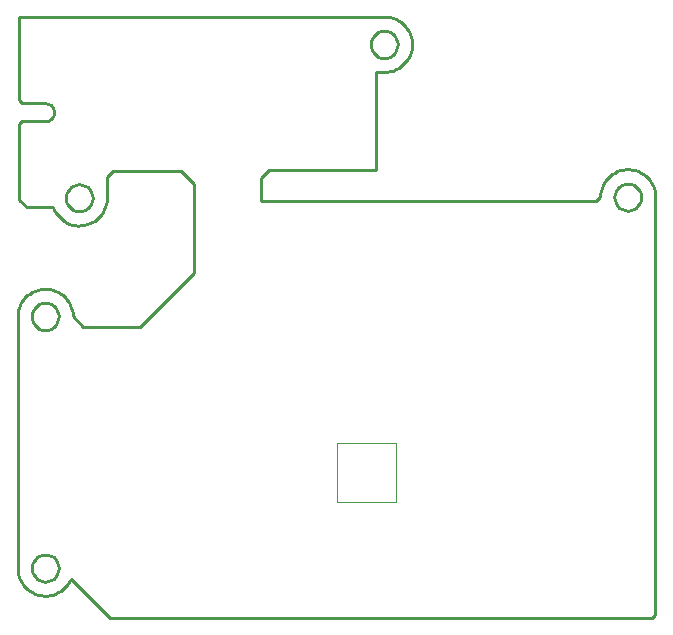
<source format=gm1>
G04*
G04 #@! TF.GenerationSoftware,Altium Limited,Altium Designer,20.2.6 (244)*
G04*
G04 Layer_Color=16711935*
%FSLAX25Y25*%
%MOIN*%
G70*
G04*
G04 #@! TF.SameCoordinates,568CAEEB-50F0-44EC-8363-EC95FF72310B*
G04*
G04*
G04 #@! TF.FilePolarity,Positive*
G04*
G01*
G75*
%ADD12C,0.01000*%
%ADD134C,0.00000*%
D12*
X212502Y140500D02*
X212448Y141495D01*
X212287Y142478D01*
X212020Y143438D01*
X211652Y144364D01*
X211185Y145244D01*
X210626Y146069D01*
X209981Y146828D01*
X209257Y147514D01*
X208464Y148117D01*
X207610Y148630D01*
X206706Y149049D01*
X205762Y149367D01*
X204789Y149581D01*
X203798Y149689D01*
X202802D01*
X201811Y149581D01*
X200838Y149367D01*
X199894Y149049D01*
X198990Y148630D01*
X198136Y148117D01*
X197343Y147514D01*
X196619Y146828D01*
X195974Y146069D01*
X195415Y145244D01*
X194948Y144364D01*
X194580Y143438D01*
X194313Y142478D01*
X194152Y141495D01*
X194098Y140500D01*
X207800D02*
X207687Y141501D01*
X207354Y142453D01*
X206818Y143306D01*
X206106Y144018D01*
X205253Y144554D01*
X204301Y144887D01*
X203300Y145000D01*
X202299Y144887D01*
X201347Y144554D01*
X200494Y144018D01*
X199782Y143306D01*
X199246Y142453D01*
X198913Y141501D01*
X198800Y140500D01*
X198913Y139499D01*
X199246Y138548D01*
X199782Y137694D01*
X200494Y136982D01*
X201347Y136446D01*
X202299Y136113D01*
X203300Y136000D01*
X204301Y136113D01*
X205253Y136446D01*
X206106Y136982D01*
X206818Y137694D01*
X207354Y138548D01*
X207687Y139499D01*
X207800Y140500D01*
X9165Y165800D02*
X10191Y165981D01*
X11093Y166502D01*
X11763Y167300D01*
X12119Y168279D01*
Y169321D01*
X11763Y170300D01*
X11093Y171098D01*
X10191Y171619D01*
X9165Y171800D01*
X126665Y191400D02*
X126552Y192401D01*
X126219Y193352D01*
X125683Y194206D01*
X124971Y194918D01*
X124117Y195454D01*
X123166Y195787D01*
X122165Y195900D01*
X121164Y195787D01*
X120212Y195454D01*
X119359Y194918D01*
X118647Y194206D01*
X118111Y193352D01*
X117778Y192401D01*
X117665Y191400D01*
X117778Y190399D01*
X118111Y189447D01*
X118647Y188594D01*
X119359Y187882D01*
X120212Y187346D01*
X121164Y187013D01*
X122165Y186900D01*
X123166Y187013D01*
X124117Y187346D01*
X124971Y187882D01*
X125683Y188594D01*
X126219Y189447D01*
X126552Y190399D01*
X126665Y191400D01*
X122165Y182198D02*
X123160Y182252D01*
X124143Y182413D01*
X125103Y182679D01*
X126029Y183048D01*
X126909Y183515D01*
X127734Y184074D01*
X128493Y184719D01*
X129179Y185443D01*
X129781Y186236D01*
X130295Y187090D01*
X130714Y187994D01*
X131032Y188938D01*
X131246Y189911D01*
X131354Y190902D01*
X131354Y191898D01*
X131246Y192889D01*
X131032Y193862D01*
X130713Y194806D01*
X130295Y195710D01*
X129781Y196564D01*
X129179Y197357D01*
X128493Y198081D01*
X127734Y198726D01*
X126909Y199285D01*
X126029Y199752D01*
X125103Y200120D01*
X124143Y200387D01*
X123160Y200548D01*
X122165Y200602D01*
X24963Y140209D02*
X24850Y141210D01*
X24517Y142161D01*
X23981Y143014D01*
X23268Y143727D01*
X22415Y144263D01*
X21464Y144596D01*
X20463Y144709D01*
X19461Y144596D01*
X18510Y144263D01*
X17657Y143727D01*
X16944Y143014D01*
X16408Y142161D01*
X16076Y141210D01*
X15963Y140209D01*
X16076Y139207D01*
X16408Y138256D01*
X16944Y137403D01*
X17657Y136690D01*
X18510Y136154D01*
X19461Y135821D01*
X20463Y135709D01*
X21464Y135821D01*
X22415Y136154D01*
X23268Y136690D01*
X23981Y137403D01*
X24517Y138256D01*
X24850Y139207D01*
X24963Y140209D01*
X11816Y137061D02*
X12203Y136152D01*
X12685Y135290D01*
X13257Y134485D01*
X13912Y133746D01*
X14643Y133081D01*
X15441Y132498D01*
X16296Y132004D01*
X17200Y131604D01*
X18141Y131304D01*
X19109Y131107D01*
X20092Y131014D01*
X21080Y131027D01*
X22061Y131146D01*
X23023Y131370D01*
X23956Y131695D01*
X24848Y132119D01*
X25690Y132635D01*
X26472Y133239D01*
X27184Y133924D01*
X27819Y134680D01*
X28370Y135501D01*
X28829Y136376D01*
X29191Y137294D01*
X29453Y138247D01*
X29612Y139222D01*
X29665Y140209D01*
X18313Y100732D02*
X18259Y101726D01*
X18098Y102710D01*
X17831Y103670D01*
X17462Y104595D01*
X16996Y105476D01*
X16436Y106300D01*
X15791Y107060D01*
X15068Y107745D01*
X14275Y108348D01*
X13421Y108862D01*
X12517Y109280D01*
X11572Y109598D01*
X10599Y109812D01*
X9609Y109920D01*
X8612D01*
X7622Y109812D01*
X6649Y109598D01*
X5705Y109280D01*
X4800Y108862D01*
X3946Y108348D01*
X3153Y107745D01*
X2430Y107060D01*
X1785Y106300D01*
X1226Y105476D01*
X759Y104595D01*
X390Y103670D01*
X124Y102710D01*
X-38Y101726D01*
X-92Y100732D01*
X13611D02*
X13498Y101733D01*
X13165Y102684D01*
X12629Y103537D01*
X11916Y104250D01*
X11063Y104786D01*
X10112Y105119D01*
X9111Y105231D01*
X8109Y105119D01*
X7158Y104786D01*
X6305Y104250D01*
X5592Y103537D01*
X5056Y102684D01*
X4723Y101733D01*
X4611Y100732D01*
X4723Y99730D01*
X5056Y98779D01*
X5592Y97926D01*
X6305Y97213D01*
X7158Y96677D01*
X8109Y96344D01*
X9111Y96232D01*
X10112Y96344D01*
X11063Y96677D01*
X11916Y97213D01*
X12629Y97926D01*
X13165Y98779D01*
X13498Y99730D01*
X13611Y100732D01*
X13632Y16837D02*
X13519Y17838D01*
X13187Y18789D01*
X12650Y19643D01*
X11938Y20355D01*
X11085Y20891D01*
X10133Y21224D01*
X9132Y21337D01*
X8131Y21224D01*
X7180Y20891D01*
X6327Y20355D01*
X5614Y19643D01*
X5078Y18789D01*
X4745Y17838D01*
X4632Y16837D01*
X4745Y15836D01*
X5078Y14885D01*
X5614Y14031D01*
X6327Y13319D01*
X7180Y12783D01*
X8131Y12450D01*
X9132Y12337D01*
X10133Y12450D01*
X11085Y12783D01*
X11938Y13319D01*
X12650Y14031D01*
X13187Y14885D01*
X13519Y15836D01*
X13632Y16837D01*
X-70D02*
X-16Y15843D01*
X145Y14861D01*
X411Y13902D01*
X779Y12977D01*
X1244Y12098D01*
X1802Y11273D01*
X2446Y10514D01*
X3168Y9829D01*
X3960Y9226D01*
X4812Y8712D01*
X5715Y8293D01*
X6658Y7974D01*
X7629Y7758D01*
X8619Y7649D01*
X9614Y7648D01*
X10604Y7753D01*
X11576Y7965D01*
X12520Y8281D01*
X13424Y8697D01*
X14278Y9208D01*
X15072Y9808D01*
X15796Y10491D01*
X16443Y11248D01*
X17003Y12070D01*
X17472Y12948D01*
X192748Y139150D02*
X194098Y140500D01*
X81050Y139150D02*
X192835D01*
X212538Y24219D02*
X212538Y140500D01*
X212538Y1238D02*
Y24219D01*
X211362Y62D02*
X212538Y1238D01*
X30738Y62D02*
X211362Y62D01*
X365Y164824D02*
X1341Y165800D01*
X365Y172776D02*
X1341Y171800D01*
X81050Y146913D02*
X83595Y149458D01*
X365Y172776D02*
Y200602D01*
X1341Y165800D02*
X9165D01*
X1341Y171800D02*
X9165D01*
X29665Y147161D02*
X31841Y149338D01*
X119365Y182198D02*
X122165D01*
X119365Y149458D02*
Y182198D01*
Y149458D02*
Y182198D01*
X31841Y149338D02*
X54065D01*
X83595Y149458D02*
X119365D01*
X365Y200602D02*
X122165Y200602D01*
X365Y139604D02*
X2944Y137024D01*
X29665Y140209D02*
Y147161D01*
X365Y139604D02*
Y164824D01*
X2944Y137024D02*
X11762D01*
X54262Y149200D02*
X58600Y144862D01*
X81050Y139150D02*
Y146913D01*
X58600Y115100D02*
Y144862D01*
X18313Y100732D02*
X21808Y97236D01*
X40736D01*
X-70Y90930D02*
Y100531D01*
X40736Y97236D02*
X58600Y115100D01*
X-70Y16837D02*
Y90930D01*
X17600Y13200D02*
X30738Y62D01*
D134*
X106361Y54070D02*
Y55270D01*
Y54070D02*
Y55270D01*
Y52102D02*
Y53302D01*
Y52102D02*
Y53302D01*
Y50133D02*
Y51333D01*
Y50133D02*
Y51333D01*
Y48165D02*
Y49365D01*
Y48165D02*
Y49365D01*
Y46196D02*
Y47396D01*
Y46196D02*
Y47396D01*
Y44228D02*
Y45428D01*
Y44228D02*
Y45428D01*
Y42259D02*
Y43459D01*
Y42259D02*
Y43459D01*
X109705Y38915D02*
X110905D01*
X109705D02*
X110905D01*
X111674D02*
X112874D01*
X111674D02*
X112874D01*
X113642D02*
X114842D01*
X113642D02*
X114842D01*
X115611D02*
X116811D01*
X115611D02*
X116811D01*
X117579D02*
X118779D01*
X117579D02*
X118779D01*
X119548D02*
X120748D01*
X119548D02*
X120748D01*
X121516D02*
X122716D01*
X121516D02*
X122716D01*
X126061Y42259D02*
Y43459D01*
Y42259D02*
Y43459D01*
Y44228D02*
Y45428D01*
Y44228D02*
Y45428D01*
Y46196D02*
Y47396D01*
Y46196D02*
Y47396D01*
Y48165D02*
Y49365D01*
Y48165D02*
Y49365D01*
Y50133D02*
Y51333D01*
Y50133D02*
Y51333D01*
Y52102D02*
Y53302D01*
Y52102D02*
Y53302D01*
Y54070D02*
Y55270D01*
Y54070D02*
Y55270D01*
X121516Y58615D02*
X122716D01*
X121516D02*
X122716D01*
X119548D02*
X120748D01*
X119548D02*
X120748D01*
X117579D02*
X118779D01*
X117579D02*
X118779D01*
X115611D02*
X116811D01*
X115611D02*
X116811D01*
X113642D02*
X114842D01*
X113642D02*
X114842D01*
X111674D02*
X112874D01*
X111674D02*
X112874D01*
X109705D02*
X110905D01*
X109705D02*
X110905D01*
X126061Y38915D02*
Y58615D01*
X106361D02*
X126061D01*
X106361Y38915D02*
Y58615D01*
Y38915D02*
X126061D01*
M02*

</source>
